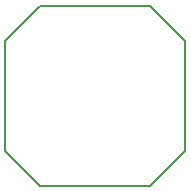
<source format=gko>
G04 DipTrace 3.0.0.2*
G04 ECGNCHADCBFR0402.gko*
%MOIN*%
G04 #@! TF.FileFunction,Profile*
G04 #@! TF.Part,Single*
%ADD11C,0.005512*%
%FSLAX26Y26*%
G04*
G70*
G90*
G75*
G01*
G04 BoardOutline*
%LPD*%
X116000Y0D2*
D11*
X483000D1*
X600000Y117000D1*
Y483000D1*
X483000Y600000D1*
X116000D1*
X0Y483000D1*
Y117000D1*
X116000Y0D1*
M02*

</source>
